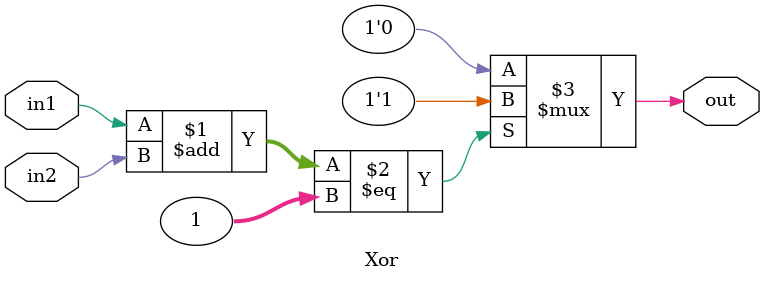
<source format=v>
module Xor(input in1, input in2, output out);
assign out = (in1 + in2 == 1) ? 1'b1 : 1'b0;
/*
 1'b1 means we are assigning 1 bit to store the value and 'b is format of specifying the number 
 and 1 is the binary represntation
*/
/* we can also use the SOP 
 
	A B XOR

	0 0 0
	1 0 1
	0 1 1
	1 1 1
	assign out = A'B + B'A
	
 */
endmodule
</source>
